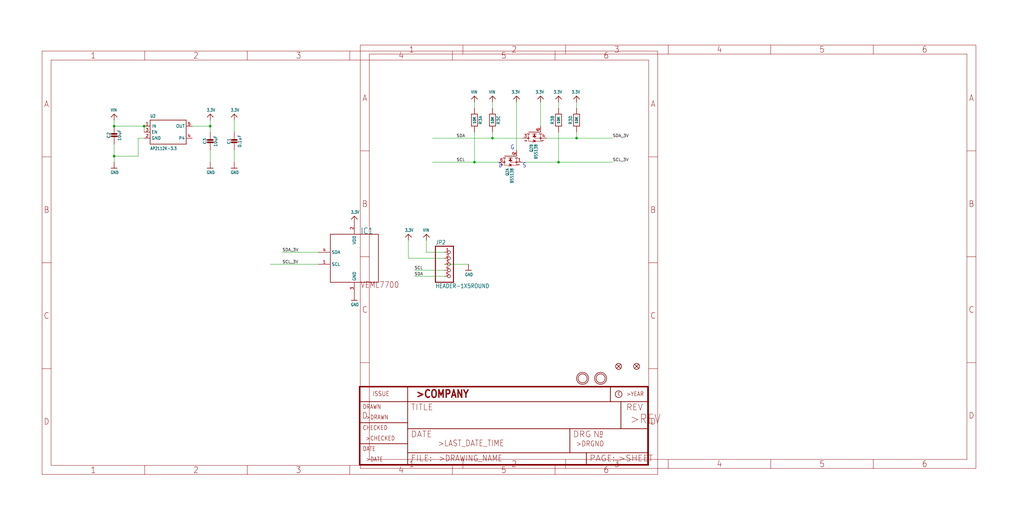
<source format=kicad_sch>
(kicad_sch (version 20211123) (generator eeschema)
  (paper "User" 433.07 220.421)
  (lib_symbols
    (symbol "schematicEagle-eagle-import:3.3V" (power)
      (property "Value" "3.3V" (at -1.524 1.016 0))
      (symbol "3.3V_1_0"
        (polyline (pts (xy -1.27 -1.27) (xy 0 0)) (stroke (width 0.254)))
        (polyline (pts (xy 0 0) (xy 1.27 -1.27)) (stroke (width 0.254)))
        (pin power_in line (at 0 -2.54 90) (length 2.54) (name "3.3V") (number "1"))
      )
    )
    (symbol "schematicEagle-eagle-import:CAP_CERAMIC0603_NO"
      (property "Reference" "C" (at -2.29 1.25 90))
      (property "Value" "CAP_CERAMIC0603_NO" (at 2.3 1.25 90))
      (symbol "CAP_CERAMIC0603_NO_1_0"
        (rectangle (start -1.27 0.508) (end 1.27 1.016) (fill (type outline)))
        (rectangle (start -1.27 1.524) (end 1.27 2.032) (fill (type outline)))
        (polyline (pts (xy 0 0.762) (xy 0 0)) (stroke (width 0.1524)))
        (polyline (pts (xy 0 2.54) (xy 0 1.778)) (stroke (width 0.1524)))
        (pin passive line (at 0 5.08 270) (length 2.54) (name "1") (number "1"))
        (pin passive line (at 0 -2.54 90) (length 2.54) (name "2") (number "2"))
      )
    )
    (symbol "schematicEagle-eagle-import:CAP_CERAMIC0805-NOOUTLINE"
      (property "Reference" "C" (at -2.29 1.25 90))
      (property "Value" "CAP_CERAMIC0805-NOOUTLINE" (at 2.3 1.25 90))
      (symbol "CAP_CERAMIC0805-NOOUTLINE_1_0"
        (rectangle (start -1.27 0.508) (end 1.27 1.016) (fill (type outline)))
        (rectangle (start -1.27 1.524) (end 1.27 2.032) (fill (type outline)))
        (polyline (pts (xy 0 0.762) (xy 0 0)) (stroke (width 0.1524)))
        (polyline (pts (xy 0 2.54) (xy 0 1.778)) (stroke (width 0.1524)))
        (pin passive line (at 0 5.08 270) (length 2.54) (name "1") (number "1"))
        (pin passive line (at 0 -2.54 90) (length 2.54) (name "2") (number "2"))
      )
    )
    (symbol "schematicEagle-eagle-import:FIDUCIAL_1MM"
      (symbol "FIDUCIAL_1MM_1_0"
        (polyline (pts (xy -0.762 0.762) (xy 0.762 -0.762)) (stroke (width 0.254)))
        (polyline (pts (xy 0.762 0.762) (xy -0.762 -0.762)) (stroke (width 0.254)))
        (circle (center 0 0) (radius 1.27) (stroke (width 0.254)))
      )
    )
    (symbol "schematicEagle-eagle-import:FRAME_A4"
      (symbol "FRAME_A4_0_0"
        (polyline (pts (xy 0 44.7675) (xy 3.81 44.7675)))
        (polyline (pts (xy 0 89.535) (xy 3.81 89.535)))
        (polyline (pts (xy 0 134.3025) (xy 3.81 134.3025)))
        (polyline (pts (xy 3.81 3.81) (xy 3.81 175.26)))
        (polyline (pts (xy 43.3917 0) (xy 43.3917 3.81)))
        (polyline (pts (xy 43.3917 175.26) (xy 43.3917 179.07)))
        (polyline (pts (xy 86.7833 0) (xy 86.7833 3.81)))
        (polyline (pts (xy 86.7833 175.26) (xy 86.7833 179.07)))
        (polyline (pts (xy 130.175 0) (xy 130.175 3.81)))
        (polyline (pts (xy 130.175 175.26) (xy 130.175 179.07)))
        (polyline (pts (xy 173.5667 0) (xy 173.5667 3.81)))
        (polyline (pts (xy 173.5667 175.26) (xy 173.5667 179.07)))
        (polyline (pts (xy 216.9583 0) (xy 216.9583 3.81)))
        (polyline (pts (xy 216.9583 175.26) (xy 216.9583 179.07)))
        (polyline (pts (xy 256.54 3.81) (xy 3.81 3.81)))
        (polyline (pts (xy 256.54 3.81) (xy 256.54 175.26)))
        (polyline (pts (xy 256.54 44.7675) (xy 260.35 44.7675)))
        (polyline (pts (xy 256.54 89.535) (xy 260.35 89.535)))
        (polyline (pts (xy 256.54 134.3025) (xy 260.35 134.3025)))
        (polyline (pts (xy 256.54 175.26) (xy 3.81 175.26)))
        (polyline (pts (xy 0 0) (xy 260.35 0) (xy 260.35 179.07) (xy 0 179.07) (xy 0 0)))
        (text "1" (at 21.6958 1.905 0) (effects (font (size 2.54 2.286))))
        (text "1" (at 21.6958 177.165 0) (effects (font (size 2.54 2.286))))
        (text "2" (at 65.0875 1.905 0) (effects (font (size 2.54 2.286))))
        (text "2" (at 65.0875 177.165 0) (effects (font (size 2.54 2.286))))
        (text "3" (at 108.4792 1.905 0) (effects (font (size 2.54 2.286))))
        (text "3" (at 108.4792 177.165 0) (effects (font (size 2.54 2.286))))
        (text "4" (at 151.8708 1.905 0) (effects (font (size 2.54 2.286))))
        (text "4" (at 151.8708 177.165 0) (effects (font (size 2.54 2.286))))
        (text "5" (at 195.2625 1.905 0) (effects (font (size 2.54 2.286))))
        (text "5" (at 195.2625 177.165 0) (effects (font (size 2.54 2.286))))
        (text "6" (at 238.6542 1.905 0) (effects (font (size 2.54 2.286))))
        (text "6" (at 238.6542 177.165 0) (effects (font (size 2.54 2.286))))
        (text "A" (at 1.905 156.6863 0) (effects (font (size 2.54 2.286))))
        (text "A" (at 258.445 156.6863 0) (effects (font (size 2.54 2.286))))
        (text "B" (at 1.905 111.9188 0) (effects (font (size 2.54 2.286))))
        (text "B" (at 258.445 111.9188 0) (effects (font (size 2.54 2.286))))
        (text "C" (at 1.905 67.1513 0) (effects (font (size 2.54 2.286))))
        (text "C" (at 258.445 67.1513 0) (effects (font (size 2.54 2.286))))
        (text "D" (at 1.905 22.3838 0) (effects (font (size 2.54 2.286))))
        (text "D" (at 258.445 22.3838 0) (effects (font (size 2.54 2.286))))
      )
      (symbol "FRAME_A4_1_0"
        (polyline (pts (xy 256.54 3.81) (xy 256.54 8.89)) (stroke (width 0.1016)))
        (polyline (pts (xy 256.54 8.89) (xy 256.54 13.97)) (stroke (width 0.1016)))
        (polyline (pts (xy 256.54 13.97) (xy 256.54 19.05)) (stroke (width 0.1016)))
        (polyline (pts (xy 256.54 19.05) (xy 256.54 36.83)) (stroke (width 0.1016)))
      )
      (symbol "FRAME_A4_2_0"
        (polyline (pts (xy -0.3048 1.5748) (xy 20.0152 1.5748)) (stroke (width 0.6096)))
        (polyline (pts (xy -0.3048 10.4648) (xy -0.3048 1.5748)) (stroke (width 0.6096)))
        (polyline (pts (xy -0.3048 10.4648) (xy 20.0152 10.4648)) (stroke (width 0.3048)))
        (polyline (pts (xy -0.3048 19.3548) (xy -0.3048 10.4648)) (stroke (width 0.6096)))
        (polyline (pts (xy -0.3048 19.3548) (xy 20.0152 19.3548)) (stroke (width 0.3048)))
        (polyline (pts (xy -0.3048 28.2448) (xy -0.3048 19.3548)) (stroke (width 0.6096)))
        (polyline (pts (xy -0.3048 28.2448) (xy 20.0152 28.2448)) (stroke (width 0.3048)))
        (polyline (pts (xy -0.3048 34.5948) (xy -0.3048 28.2448)) (stroke (width 0.6096)))
        (polyline (pts (xy 20.0152 1.5748) (xy 20.0152 6.6548)) (stroke (width 0.3048)))
        (polyline (pts (xy 20.0152 1.5748) (xy 95.5802 1.5748)) (stroke (width 0.6096)))
        (polyline (pts (xy 20.0152 6.6548) (xy 20.0152 10.4648)) (stroke (width 0.3048)))
        (polyline (pts (xy 20.0152 6.6548) (xy 88.5952 6.6548)) (stroke (width 0.3048)))
        (polyline (pts (xy 20.0152 10.4648) (xy 20.0152 16.8148)) (stroke (width 0.3048)))
        (polyline (pts (xy 20.0152 16.8148) (xy 20.0152 19.3548)) (stroke (width 0.3048)))
        (polyline (pts (xy 20.0152 19.3548) (xy 20.0152 28.2448)) (stroke (width 0.3048)))
        (polyline (pts (xy 20.0152 28.2448) (xy 20.0152 34.5948)) (stroke (width 0.3048)))
        (polyline (pts (xy 20.0152 28.2448) (xy 105.7402 28.2448)) (stroke (width 0.3048)))
        (polyline (pts (xy 20.0152 34.5948) (xy -0.3048 34.5948)) (stroke (width 0.6096)))
        (polyline (pts (xy 88.5952 6.6548) (xy 95.5802 6.6548)) (stroke (width 0.3048)))
        (polyline (pts (xy 88.5952 16.8148) (xy 20.0152 16.8148)) (stroke (width 0.3048)))
        (polyline (pts (xy 88.5952 16.8148) (xy 88.5952 6.6548)) (stroke (width 0.3048)))
        (polyline (pts (xy 95.5802 1.5748) (xy 121.6152 1.5748)) (stroke (width 0.6096)))
        (polyline (pts (xy 95.5802 6.6548) (xy 95.5802 1.5748)) (stroke (width 0.3048)))
        (polyline (pts (xy 95.5802 6.6548) (xy 121.6152 6.6548)) (stroke (width 0.3048)))
        (polyline (pts (xy 101.2952 13.3223) (xy 102.2477 13.3223)) (stroke (width 0.254)))
        (polyline (pts (xy 105.7402 28.2448) (xy 105.7402 34.5948)) (stroke (width 0.3048)))
        (polyline (pts (xy 105.7402 28.2448) (xy 110.1852 28.2448)) (stroke (width 0.3048)))
        (polyline (pts (xy 105.7402 34.5948) (xy 20.0152 34.5948)) (stroke (width 0.6096)))
        (polyline (pts (xy 110.1852 16.8148) (xy 88.5952 16.8148)) (stroke (width 0.3048)))
        (polyline (pts (xy 110.1852 28.2448) (xy 110.1852 16.8148)) (stroke (width 0.3048)))
        (polyline (pts (xy 110.1852 28.2448) (xy 121.6152 28.2448)) (stroke (width 0.3048)))
        (polyline (pts (xy 121.6152 6.6548) (xy 121.6152 1.5748)) (stroke (width 0.6096)))
        (polyline (pts (xy 121.6152 16.8148) (xy 110.1852 16.8148)) (stroke (width 0.3048)))
        (polyline (pts (xy 121.6152 16.8148) (xy 121.6152 6.6548)) (stroke (width 0.6096)))
        (polyline (pts (xy 121.6152 28.2448) (xy 121.6152 16.8148)) (stroke (width 0.6096)))
        (polyline (pts (xy 121.6152 34.5948) (xy 105.7402 34.5948)) (stroke (width 0.6096)))
        (polyline (pts (xy 121.6152 34.5948) (xy 121.6152 28.2448)) (stroke (width 0.6096)))
        (circle (center 109.2327 31.4198) (radius 1.4199) (stroke (width 0.254)))
        (text ">CHECKED" (at 2.2352 11.7348 0) (effects (font (size 1.778 1.5113)) (justify left bottom)))
        (text ">COMPANY" (at 23.349 29.6735 0) (effects (font (size 3.175 2.6987) (thickness 0.5397) bold) (justify left bottom)))
        (text ">DATE" (at 2.2352 2.8448 0) (effects (font (size 1.778 1.5113)) (justify left bottom)))
        (text ">DRAWING_NAME" (at 33.0327 2.8448 0) (effects (font (size 2.54 2.159)) (justify left bottom)))
        (text ">DRAWN" (at 2.2352 20.6248 0) (effects (font (size 1.778 1.5113)) (justify left bottom)))
        (text ">DRGNO" (at 91.1352 9.1948 0) (effects (font (size 2.1844 1.8567)) (justify left bottom)))
        (text ">LAST_DATE_TIME" (at 32.7152 9.1948 0) (effects (font (size 2.54 2.159)) (justify left bottom)))
        (text ">REV" (at 113.9952 18.7198 0) (effects (font (size 3.81 3.2385)) (justify left bottom)))
        (text ">SHEET" (at 108.9152 2.8448 0) (effects (font (size 2.54 2.54)) (justify left bottom)))
        (text ">YEAR" (at 112.4077 30.4673 0) (effects (font (size 1.778 1.5113)) (justify left bottom)))
        (text "C" (at 108.7564 30.7848 0) (effects (font (size 1.27 1.0795)) (justify left bottom)))
        (text "CHECKED" (at 0.9652 16.1798 0) (effects (font (size 1.778 1.5113)) (justify left bottom)))
        (text "DATE" (at 0.9652 7.2898 0) (effects (font (size 1.778 1.5113)) (justify left bottom)))
        (text "DATE" (at 21.2852 13.0048 0) (effects (font (size 2.54 2.54)) (justify left bottom)))
        (text "DRAWN" (at 0.9652 25.0698 0) (effects (font (size 1.778 1.5113)) (justify left bottom)))
        (text "DRG" (at 89.8652 13.0048 0) (effects (font (size 2.54 2.54)) (justify left bottom)))
        (text "FILE:" (at 21.2852 2.8448 0) (effects (font (size 2.54 2.54)) (justify left bottom)))
        (text "ISSUE" (at 5.0927 30.4673 0) (effects (font (size 1.9304 1.6408)) (justify left bottom)))
        (text "N" (at 98.4377 13.0048 0) (effects (font (size 2.54 2.54)) (justify left bottom)))
        (text "o" (at 100.9777 13.9573 0) (effects (font (size 2.1844 1.8567)) (justify left bottom)))
        (text "PAGE:" (at 96.8502 2.8448 0) (effects (font (size 2.54 2.54)) (justify left bottom)))
        (text "REV" (at 112.4077 24.4348 0) (effects (font (size 2.54 2.54)) (justify left bottom)))
        (text "TITLE" (at 21.2852 24.4348 0) (effects (font (size 2.54 2.54)) (justify left bottom)))
      )
    )
    (symbol "schematicEagle-eagle-import:GND" (power)
      (property "Value" "GND" (at -1.524 -2.54 0))
      (symbol "GND_1_0"
        (polyline (pts (xy -1.27 0) (xy 1.27 0)) (stroke (width 0.254)))
        (pin power_in line (at 0 2.54 270) (length 2.54) (name "GND") (number "1"))
      )
    )
    (symbol "schematicEagle-eagle-import:HEADER-1X5ROUND"
      (property "Reference" "JP" (at -6.35 8.255 0))
      (property "Value" "HEADER-1X5ROUND" (at -6.35 -10.16 0))
      (symbol "HEADER-1X5ROUND_1_0"
        (polyline (pts (xy -6.35 -7.62) (xy 1.27 -7.62)) (stroke (width 0.4064)))
        (polyline (pts (xy -6.35 7.62) (xy -6.35 -7.62)) (stroke (width 0.4064)))
        (polyline (pts (xy 1.27 -7.62) (xy 1.27 7.62)) (stroke (width 0.4064)))
        (polyline (pts (xy 1.27 7.62) (xy -6.35 7.62)) (stroke (width 0.4064)))
        (pin passive inverted (at -2.54 5.08 0) (length 2.54) (name "1") (number "1"))
        (pin passive inverted (at -2.54 2.54 0) (length 2.54) (name "2") (number "2"))
        (pin passive inverted (at -2.54 0 0) (length 2.54) (name "3") (number "3"))
        (pin passive inverted (at -2.54 -2.54 0) (length 2.54) (name "4") (number "4"))
        (pin passive inverted (at -2.54 -5.08 0) (length 2.54) (name "5") (number "5"))
      )
    )
    (symbol "schematicEagle-eagle-import:MOSFET-N_DUAL"
      (property "Reference" "Q" (at 5.08 0.635 0))
      (property "Value" "MOSFET-N_DUAL" (at 5.08 -1.27 0))
      (symbol "MOSFET-N_DUAL_1_0"
        (polyline (pts (xy 0 2.54) (xy 0 -2.54)) (stroke (width 0.254)))
        (polyline (pts (xy 0.762 -2.54) (xy 0.762 -3.175)) (stroke (width 0.254)))
        (polyline (pts (xy 0.762 -1.905) (xy 0.762 -2.54)) (stroke (width 0.254)))
        (polyline (pts (xy 0.762 0) (xy 0.762 -0.762)) (stroke (width 0.254)))
        (polyline (pts (xy 0.762 0) (xy 2.54 0)) (stroke (width 0.1524)))
        (polyline (pts (xy 0.762 0.762) (xy 0.762 0)) (stroke (width 0.254)))
        (polyline (pts (xy 0.762 2.54) (xy 0.762 1.905)) (stroke (width 0.254)))
        (polyline (pts (xy 0.762 2.54) (xy 3.81 2.54)) (stroke (width 0.1524)))
        (polyline (pts (xy 0.762 3.175) (xy 0.762 2.54)) (stroke (width 0.254)))
        (polyline (pts (xy 2.54 -2.54) (xy 0.762 -2.54)) (stroke (width 0.1524)))
        (polyline (pts (xy 2.54 -2.54) (xy 3.81 -2.54)) (stroke (width 0.1524)))
        (polyline (pts (xy 2.54 0) (xy 2.54 -2.54)) (stroke (width 0.1524)))
        (polyline (pts (xy 3.302 0.508) (xy 3.048 0.254)) (stroke (width 0.1524)))
        (polyline (pts (xy 3.81 0.508) (xy 3.302 0.508)) (stroke (width 0.1524)))
        (polyline (pts (xy 3.81 0.508) (xy 3.81 -2.54)) (stroke (width 0.1524)))
        (polyline (pts (xy 3.81 2.54) (xy 3.81 0.508)) (stroke (width 0.1524)))
        (polyline (pts (xy 4.318 0.508) (xy 3.81 0.508)) (stroke (width 0.1524)))
        (polyline (pts (xy 4.572 0.762) (xy 4.318 0.508)) (stroke (width 0.1524)))
        (polyline (pts (xy 1.016 0) (xy 2.032 0.762) (xy 2.032 -0.762)) (fill (type outline)))
        (polyline (pts (xy 3.81 0.508) (xy 3.302 -0.254) (xy 4.318 -0.254)) (fill (type outline)))
        (circle (center 2.54 -2.54) (radius 0.3592))
        (circle (center 2.54 2.54) (radius 0.3592))
        (text "D" (at 3.175 3.175 0) (effects (font (size 0.8128 0.6908)) (justify left bottom)))
        (text "G" (at -1.27 -1.905 0) (effects (font (size 0.8128 0.6908)) (justify left bottom)))
        (text "S" (at 3.175 -3.81 0) (effects (font (size 0.8128 0.6908)) (justify left bottom)))
        (pin bidirectional line (at 2.54 -5.08 90) (length 2.54) (name "S") (number "1"))
        (pin bidirectional line (at -2.54 -2.54 0) (length 2.54) (name "G") (number "2"))
        (pin bidirectional line (at 2.54 5.08 270) (length 2.54) (name "D") (number "6"))
      )
      (symbol "MOSFET-N_DUAL_2_0"
        (polyline (pts (xy 0 2.54) (xy 0 -2.54)) (stroke (width 0.254)))
        (polyline (pts (xy 0.762 -2.54) (xy 0.762 -3.175)) (stroke (width 0.254)))
        (polyline (pts (xy 0.762 -1.905) (xy 0.762 -2.54)) (stroke (width 0.254)))
        (polyline (pts (xy 0.762 0) (xy 0.762 -0.762)) (stroke (width 0.254)))
        (polyline (pts (xy 0.762 0) (xy 2.54 0)) (stroke (width 0.1524)))
        (polyline (pts (xy 0.762 0.762) (xy 0.762 0)) (stroke (width 0.254)))
        (polyline (pts (xy 0.762 2.54) (xy 0.762 1.905)) (stroke (width 0.254)))
        (polyline (pts (xy 0.762 2.54) (xy 3.81 2.54)) (stroke (width 0.1524)))
        (polyline (pts (xy 0.762 3.175) (xy 0.762 2.54)) (stroke (width 0.254)))
        (polyline (pts (xy 2.54 -2.54) (xy 0.762 -2.54)) (stroke (width 0.1524)))
        (polyline (pts (xy 2.54 -2.54) (xy 3.81 -2.54)) (stroke (width 0.1524)))
        (polyline (pts (xy 2.54 0) (xy 2.54 -2.54)) (stroke (width 0.1524)))
        (polyline (pts (xy 3.302 0.508) (xy 3.048 0.254)) (stroke (width 0.1524)))
        (polyline (pts (xy 3.81 0.508) (xy 3.302 0.508)) (stroke (width 0.1524)))
        (polyline (pts (xy 3.81 0.508) (xy 3.81 -2.54)) (stroke (width 0.1524)))
        (polyline (pts (xy 3.81 2.54) (xy 3.81 0.508)) (stroke (width 0.1524)))
        (polyline (pts (xy 4.318 0.508) (xy 3.81 0.508)) (stroke (width 0.1524)))
        (polyline (pts (xy 4.572 0.762) (xy 4.318 0.508)) (stroke (width 0.1524)))
        (polyline (pts (xy 1.016 0) (xy 2.032 0.762) (xy 2.032 -0.762)) (fill (type outline)))
        (polyline (pts (xy 3.81 0.508) (xy 3.302 -0.254) (xy 4.318 -0.254)) (fill (type outline)))
        (circle (center 2.54 -2.54) (radius 0.3592))
        (circle (center 2.54 2.54) (radius 0.3592))
        (text "D" (at 3.175 3.175 0) (effects (font (size 0.8128 0.6908)) (justify left bottom)))
        (text "G" (at -1.27 -1.905 0) (effects (font (size 0.8128 0.6908)) (justify left bottom)))
        (text "S" (at 3.175 -3.81 0) (effects (font (size 0.8128 0.6908)) (justify left bottom)))
        (pin bidirectional line (at 2.54 5.08 270) (length 2.54) (name "D") (number "3"))
        (pin bidirectional line (at 2.54 -5.08 90) (length 2.54) (name "S") (number "4"))
        (pin bidirectional line (at -2.54 -2.54 0) (length 2.54) (name "G") (number "5"))
      )
    )
    (symbol "schematicEagle-eagle-import:MOUNTINGHOLE2.5"
      (symbol "MOUNTINGHOLE2.5_1_0"
        (circle (center 0 0) (radius 1.905) (stroke (width 0.254)))
        (circle (center 0 0) (radius 2.54) (stroke (width 0.254)))
      )
    )
    (symbol "schematicEagle-eagle-import:RESISTOR_4PACK"
      (property "Reference" "R" (at 0 2.54 0))
      (property "Value" "RESISTOR_4PACK" (at 0 0 0))
      (symbol "RESISTOR_4PACK_1_0"
        (polyline (pts (xy -2.54 -1.27) (xy -2.54 1.27)) (stroke (width 0.254)))
        (polyline (pts (xy -2.54 1.27) (xy 2.54 1.27)) (stroke (width 0.254)))
        (polyline (pts (xy 2.54 -1.27) (xy -2.54 -1.27)) (stroke (width 0.254)))
        (polyline (pts (xy 2.54 1.27) (xy 2.54 -1.27)) (stroke (width 0.254)))
        (pin passive line (at -5.08 0 0) (length 2.54) (name "1") (number "1"))
        (pin passive line (at 5.08 0 180) (length 2.54) (name "2") (number "8"))
      )
      (symbol "RESISTOR_4PACK_2_0"
        (polyline (pts (xy -2.54 -1.27) (xy -2.54 1.27)) (stroke (width 0.254)))
        (polyline (pts (xy -2.54 1.27) (xy 2.54 1.27)) (stroke (width 0.254)))
        (polyline (pts (xy 2.54 -1.27) (xy -2.54 -1.27)) (stroke (width 0.254)))
        (polyline (pts (xy 2.54 1.27) (xy 2.54 -1.27)) (stroke (width 0.254)))
        (pin passive line (at -5.08 0 0) (length 2.54) (name "1") (number "2"))
        (pin passive line (at 5.08 0 180) (length 2.54) (name "2") (number "7"))
      )
      (symbol "RESISTOR_4PACK_3_0"
        (polyline (pts (xy -2.54 -1.27) (xy -2.54 1.27)) (stroke (width 0.254)))
        (polyline (pts (xy -2.54 1.27) (xy 2.54 1.27)) (stroke (width 0.254)))
        (polyline (pts (xy 2.54 -1.27) (xy -2.54 -1.27)) (stroke (width 0.254)))
        (polyline (pts (xy 2.54 1.27) (xy 2.54 -1.27)) (stroke (width 0.254)))
        (pin passive line (at -5.08 0 0) (length 2.54) (name "1") (number "3"))
        (pin passive line (at 5.08 0 180) (length 2.54) (name "2") (number "6"))
      )
      (symbol "RESISTOR_4PACK_4_0"
        (polyline (pts (xy -2.54 -1.27) (xy -2.54 1.27)) (stroke (width 0.254)))
        (polyline (pts (xy -2.54 1.27) (xy 2.54 1.27)) (stroke (width 0.254)))
        (polyline (pts (xy 2.54 -1.27) (xy -2.54 -1.27)) (stroke (width 0.254)))
        (polyline (pts (xy 2.54 1.27) (xy 2.54 -1.27)) (stroke (width 0.254)))
        (pin passive line (at -5.08 0 0) (length 2.54) (name "1") (number "4"))
        (pin passive line (at 5.08 0 180) (length 2.54) (name "2") (number "5"))
      )
    )
    (symbol "schematicEagle-eagle-import:VEML7700"
      (property "Reference" "IC" (at 2.54 10.16 0))
      (symbol "VEML7700_1_0"
        (polyline (pts (xy -10.16 -10.16) (xy -10.16 10.16)) (stroke (width 0.254)))
        (polyline (pts (xy -10.16 10.16) (xy 10.16 10.16)) (stroke (width 0.254)))
        (polyline (pts (xy 10.16 -10.16) (xy -10.16 -10.16)) (stroke (width 0.254)))
        (polyline (pts (xy 10.16 10.16) (xy 10.16 -10.16)) (stroke (width 0.254)))
        (text "VEML7700" (at 2.54 -12.7 0) (effects (font (size 2.54 2.159)) (justify left bottom)))
        (pin bidirectional line (at -15.24 -2.54 0) (length 5.08) (name "SCL") (number "1"))
        (pin power_in line (at 0 15.24 270) (length 5.08) (name "VDD") (number "2"))
        (pin power_in line (at 0 -15.24 90) (length 5.08) (name "GND") (number "3"))
        (pin bidirectional line (at -15.24 2.54 0) (length 5.08) (name "SDA") (number "4"))
      )
    )
    (symbol "schematicEagle-eagle-import:VIN" (power)
      (property "Value" "VIN" (at -1.524 1.016 0))
      (symbol "VIN_1_0"
        (polyline (pts (xy -1.27 -1.27) (xy 0 0)) (stroke (width 0.254)))
        (polyline (pts (xy 0 0) (xy 1.27 -1.27)) (stroke (width 0.254)))
        (pin power_in line (at 0 -2.54 90) (length 2.54) (name "VIN") (number "1"))
      )
    )
    (symbol "schematicEagle-eagle-import:VREG_SOT23-5"
      (property "Reference" "U" (at -7.62 6.096 0))
      (property "Value" "VREG_SOT23-5" (at -7.62 -7.62 0))
      (symbol "VREG_SOT23-5_1_0"
        (polyline (pts (xy -7.62 -5.08) (xy -7.62 5.08)) (stroke (width 0.254)))
        (polyline (pts (xy -7.62 5.08) (xy 7.62 5.08)) (stroke (width 0.254)))
        (polyline (pts (xy 7.62 -5.08) (xy -7.62 -5.08)) (stroke (width 0.254)))
        (polyline (pts (xy 7.62 5.08) (xy 7.62 -5.08)) (stroke (width 0.254)))
        (pin power_in line (at -10.16 2.54 0) (length 2.54) (name "IN") (number "1"))
        (pin power_in line (at -10.16 -2.54 0) (length 2.54) (name "GND") (number "2"))
        (pin input line (at -10.16 0 0) (length 2.54) (name "EN") (number "3"))
        (pin bidirectional line (at 10.16 -2.54 180) (length 2.54) (name "P4") (number "4"))
        (pin power_in line (at 10.16 2.54 180) (length 2.54) (name "OUT") (number "5"))
      )
    )
  )
  (junction (at 208.28 58.42))
  (junction (at 88.9 53.34))
  (junction (at 236.22 68.58))
  (junction (at 48.26 66.04))
  (junction (at 200.66 68.58))
  (junction (at 48.26 53.34))
  (junction (at 243.84 58.42))
  (junction (at 60.96 53.34))
  (wire (pts (xy 88.9 53.34) (xy 88.9 55.88)))
  (wire (pts (xy 187.96 111.76) (xy 198.12 111.76)))
  (wire (pts (xy 236.22 45.72) (xy 236.22 43.18)))
  (wire (pts (xy 172.72 109.22) (xy 172.72 101.6)))
  (wire (pts (xy 180.34 106.68) (xy 180.34 101.6)))
  (wire (pts (xy 243.84 58.42) (xy 259.08 58.42)))
  (wire (pts (xy 236.22 68.58) (xy 259.08 68.58)))
  (wire (pts (xy 231.14 58.42) (xy 243.84 58.42)))
  (wire (pts (xy 58.42 66.04) (xy 48.26 66.04)))
  (wire (pts (xy 88.9 63.5) (xy 88.9 68.58)))
  (wire (pts (xy 200.66 43.18) (xy 200.66 45.72)))
  (wire (pts (xy 200.66 55.88) (xy 200.66 68.58)))
  (wire (pts (xy 210.82 68.58) (xy 200.66 68.58)))
  (wire (pts (xy 228.6 53.34) (xy 228.6 43.18)))
  (wire (pts (xy 99.06 63.5) (xy 99.06 68.58)))
  (wire (pts (xy 134.62 106.68) (xy 119.38 106.68)))
  (wire (pts (xy 243.84 55.88) (xy 243.84 58.42)))
  (wire (pts (xy 243.84 45.72) (xy 243.84 43.18)))
  (wire (pts (xy 187.96 116.84) (xy 175.26 116.84)))
  (wire (pts (xy 48.26 50.8) (xy 48.26 53.34)))
  (wire (pts (xy 81.28 53.34) (xy 88.9 53.34)))
  (wire (pts (xy 187.96 106.68) (xy 180.34 106.68)))
  (wire (pts (xy 114.3 111.76) (xy 134.62 111.76)))
  (wire (pts (xy 200.66 68.58) (xy 182.88 68.58)))
  (wire (pts (xy 208.28 58.42) (xy 182.88 58.42)))
  (wire (pts (xy 99.06 50.8) (xy 99.06 55.88)))
  (wire (pts (xy 208.28 55.88) (xy 208.28 58.42)))
  (wire (pts (xy 60.96 58.42) (xy 58.42 58.42)))
  (wire (pts (xy 60.96 55.88) (xy 60.96 53.34)))
  (wire (pts (xy 236.22 55.88) (xy 236.22 68.58)))
  (wire (pts (xy 220.98 58.42) (xy 208.28 58.42)))
  (wire (pts (xy 60.96 53.34) (xy 48.26 53.34)))
  (wire (pts (xy 48.26 66.04) (xy 48.26 68.58)))
  (wire (pts (xy 187.96 109.22) (xy 172.72 109.22)))
  (wire (pts (xy 187.96 114.3) (xy 175.26 114.3)))
  (wire (pts (xy 48.26 66.04) (xy 48.26 60.96)))
  (wire (pts (xy 208.28 45.72) (xy 208.28 43.18)))
  (wire (pts (xy 220.98 68.58) (xy 236.22 68.58)))
  (wire (pts (xy 88.9 53.34) (xy 88.9 50.8)))
  (wire (pts (xy 218.44 63.5) (xy 218.44 43.18)))
  (wire (pts (xy 58.42 58.42) (xy 58.42 66.04)))
  (text "S" (at 220.98 71.12 180) (effects (font (size 1.778 1.5113)) (justify left bottom)))
  (text "D" (at 210.82 71.12 180) (effects (font (size 1.778 1.5113)) (justify left bottom)))
  (text "G" (at 215.9 63.5 180) (effects (font (size 1.778 1.5113)) (justify left bottom)))
  (label "SDA" (at 193.04 58.42 0) (effects (font (size 1.2446 1.2446))))
  (label "SDA_3V" (at 119.38 106.68 0) (effects (font (size 1.2446 1.2446))))
  (label "SDA" (at 175.26 116.84 0) (effects (font (size 1.2446 1.2446))))
  (label "SDA_3V" (at 259.08 58.42 0) (effects (font (size 1.2446 1.2446))))
  (label "SCL" (at 175.26 114.3 0) (effects (font (size 1.2446 1.2446))))
  (label "SCL" (at 193.04 68.58 0) (effects (font (size 1.2446 1.2446))))
  (label "SCL_3V" (at 259.08 68.58 0) (effects (font (size 1.2446 1.2446))))
  (label "SCL_3V" (at 119.38 111.76 0) (effects (font (size 1.2446 1.2446))))
  (symbol (lib_id "schematicEagle-eagle-import:CAP_CERAMIC0805-NOOUTLINE") (at 48.26 58.42 0) (unit 1)
    (property "Reference" "C2" (at 45.97 57.17 90))
    (property "Value" "10uF" (at 50.56 57.17 90))
    (property "Footprint" "schematicEagle:0805-NO" (effects hide))
  )
  (symbol (lib_id "schematicEagle-eagle-import:GND") (at 99.06 71.12 0) (unit 1)
    (property "Reference" "#U$6" (effects hide))
    (property "Value" "GND" (at 97.536 73.66 0) (effects (font (size 1.27 1.0795)) (justify left bottom)))
    (property "Footprint" "schematicEagle:" (effects hide))
  )
  (symbol (lib_id "schematicEagle-eagle-import:VIN") (at 48.26 48.26 0) (unit 1)
    (property "Reference" "#U$20" (effects hide))
    (property "Value" "VIN" (at 46.736 47.244 0) (effects (font (size 1.27 1.0795)) (justify left bottom)))
    (property "Footprint" "schematicEagle:" (effects hide))
  )
  (symbol (lib_id "schematicEagle-eagle-import:RESISTOR_4PACK") (at 236.22 50.8 90) (mirror x) (unit 2)
    (property "Reference" "R3" (at 233.68 50.8 0))
    (property "Value" "10K" (at 236.22 50.8 0) (effects (font (size 1.016 1.016) bold)))
    (property "Footprint" "schematicEagle:RESPACK_4X0603" (effects hide))
  )
  (symbol (lib_id "schematicEagle-eagle-import:MOSFET-N_DUAL") (at 226.06 55.88 90) (mirror x) (unit 2)
    (property "Reference" "Q2" (at 225.425 60.96 0) (effects (font (size 1.27 1.0795)) (justify left bottom)))
    (property "Value" "BSS138" (at 227.33 60.96 0) (effects (font (size 1.27 1.0795)) (justify left bottom)))
    (property "Footprint" "schematicEagle:SOT363" (effects hide))
  )
  (symbol (lib_id "schematicEagle-eagle-import:FIDUCIAL_1MM") (at 269.24 154.94 0) (unit 1)
    (property "Reference" "FID1" (effects hide))
    (property "Value" "FIDUCIAL_1MM" (effects hide))
    (property "Footprint" "schematicEagle:FIDUCIAL_1MM" (effects hide))
  )
  (symbol (lib_id "schematicEagle-eagle-import:3.3V") (at 228.6 40.64 0) (mirror y) (unit 1)
    (property "Reference" "#U$23" (effects hide))
    (property "Value" "3.3V" (at 230.124 39.624 0) (effects (font (size 1.27 1.0795)) (justify left bottom)))
    (property "Footprint" "schematicEagle:" (effects hide))
  )
  (symbol (lib_id "schematicEagle-eagle-import:3.3V") (at 243.84 40.64 0) (mirror y) (unit 1)
    (property "Reference" "#U$7" (effects hide))
    (property "Value" "3.3V" (at 245.364 39.624 0) (effects (font (size 1.27 1.0795)) (justify left bottom)))
    (property "Footprint" "schematicEagle:" (effects hide))
  )
  (symbol (lib_id "schematicEagle-eagle-import:MOUNTINGHOLE2.5") (at 254 160.02 0) (unit 1)
    (property "Reference" "U$3" (effects hide))
    (property "Value" "MOUNTINGHOLE2.5" (effects hide))
    (property "Footprint" "schematicEagle:MOUNTINGHOLE_2.5_PLATED" (effects hide))
  )
  (symbol (lib_id "schematicEagle-eagle-import:VREG_SOT23-5") (at 71.12 55.88 0) (unit 1)
    (property "Reference" "U2" (at 63.5 49.784 0) (effects (font (size 1.27 1.0795)) (justify left bottom)))
    (property "Value" "AP2112K-3.3" (at 63.5 63.5 0) (effects (font (size 1.27 1.0795)) (justify left bottom)))
    (property "Footprint" "schematicEagle:SOT23-5" (effects hide))
  )
  (symbol (lib_id "schematicEagle-eagle-import:HEADER-1X5ROUND") (at 190.5 111.76 0) (unit 1)
    (property "Reference" "JP2" (at 184.15 103.505 0) (effects (font (size 1.778 1.5113)) (justify left bottom)))
    (property "Value" "HEADER-1X5ROUND" (at 184.15 121.92 0) (effects (font (size 1.778 1.5113)) (justify left bottom)))
    (property "Footprint" "schematicEagle:1X05_ROUND" (effects hide))
  )
  (symbol (lib_id "schematicEagle-eagle-import:GND") (at 198.12 114.3 0) (unit 1)
    (property "Reference" "#U$10" (effects hide))
    (property "Value" "GND" (at 196.596 116.84 0) (effects (font (size 1.27 1.0795)) (justify left bottom)))
    (property "Footprint" "schematicEagle:" (effects hide))
  )
  (symbol (lib_id "schematicEagle-eagle-import:GND") (at 149.86 127 0) (unit 1)
    (property "Reference" "#U$11" (effects hide))
    (property "Value" "GND" (at 148.336 129.54 0) (effects (font (size 1.27 1.0795)) (justify left bottom)))
    (property "Footprint" "schematicEagle:" (effects hide))
  )
  (symbol (lib_id "schematicEagle-eagle-import:MOSFET-N_DUAL") (at 215.9 66.04 90) (mirror x) (unit 1)
    (property "Reference" "Q2" (at 215.265 71.12 0) (effects (font (size 1.27 1.0795)) (justify left bottom)))
    (property "Value" "BSS138" (at 217.17 71.12 0) (effects (font (size 1.27 1.0795)) (justify left bottom)))
    (property "Footprint" "schematicEagle:SOT363" (effects hide))
  )
  (symbol (lib_id "schematicEagle-eagle-import:GND") (at 88.9 71.12 0) (unit 1)
    (property "Reference" "#U$5" (effects hide))
    (property "Value" "GND" (at 87.376 73.66 0) (effects (font (size 1.27 1.0795)) (justify left bottom)))
    (property "Footprint" "schematicEagle:" (effects hide))
  )
  (symbol (lib_id "schematicEagle-eagle-import:GND") (at 48.26 71.12 0) (unit 1)
    (property "Reference" "#U$13" (effects hide))
    (property "Value" "GND" (at 46.736 73.66 0) (effects (font (size 1.27 1.0795)) (justify left bottom)))
    (property "Footprint" "schematicEagle:" (effects hide))
  )
  (symbol (lib_id "schematicEagle-eagle-import:CAP_CERAMIC0603_NO") (at 99.06 60.96 0) (unit 1)
    (property "Reference" "C1" (at 96.77 59.71 90))
    (property "Value" "0.1uF" (at 101.36 59.71 90))
    (property "Footprint" "schematicEagle:0603-NO" (effects hide))
  )
  (symbol (lib_id "schematicEagle-eagle-import:RESISTOR_4PACK") (at 208.28 50.8 270) (unit 3)
    (property "Reference" "R3" (at 210.82 50.8 0))
    (property "Value" "10K" (at 208.28 50.8 0) (effects (font (size 1.016 1.016) bold)))
    (property "Footprint" "schematicEagle:RESPACK_4X0603" (effects hide))
  )
  (symbol (lib_id "schematicEagle-eagle-import:3.3V") (at 149.86 91.44 0) (unit 1)
    (property "Reference" "#U$2" (effects hide))
    (property "Value" "3.3V" (at 148.336 90.424 0) (effects (font (size 1.27 1.0795)) (justify left bottom)))
    (property "Footprint" "schematicEagle:" (effects hide))
  )
  (symbol (lib_id "schematicEagle-eagle-import:FRAME_A4") (at 17.78 200.66 0) (unit 1)
    (property "Reference" "#FRAME1" (effects hide))
    (property "Value" "FRAME_A4" (effects hide))
    (property "Footprint" "schematicEagle:" (effects hide))
  )
  (symbol (lib_id "schematicEagle-eagle-import:3.3V") (at 172.72 99.06 0) (unit 1)
    (property "Reference" "#U$16" (effects hide))
    (property "Value" "3.3V" (at 171.196 98.044 0) (effects (font (size 1.27 1.0795)) (justify left bottom)))
    (property "Footprint" "schematicEagle:" (effects hide))
  )
  (symbol (lib_id "schematicEagle-eagle-import:CAP_CERAMIC0805-NOOUTLINE") (at 88.9 60.96 0) (unit 1)
    (property "Reference" "C3" (at 86.61 59.71 90))
    (property "Value" "10uF" (at 91.2 59.71 90))
    (property "Footprint" "schematicEagle:0805-NO" (effects hide))
  )
  (symbol (lib_id "schematicEagle-eagle-import:VEML7700") (at 149.86 109.22 0) (unit 1)
    (property "Reference" "IC1" (at 152.4 99.06 0) (effects (font (size 2.54 2.159)) (justify left bottom)))
    (property "Value" "VEML7700" (effects hide))
    (property "Footprint" "schematicEagle:VEML7700" (effects hide))
  )
  (symbol (lib_id "schematicEagle-eagle-import:VIN") (at 208.28 40.64 0) (unit 1)
    (property "Reference" "#U$28" (effects hide))
    (property "Value" "VIN" (at 206.756 39.624 0) (effects (font (size 1.27 1.0795)) (justify left bottom)))
    (property "Footprint" "schematicEagle:" (effects hide))
  )
  (symbol (lib_id "schematicEagle-eagle-import:3.3V") (at 99.06 48.26 0) (unit 1)
    (property "Reference" "#U$14" (effects hide))
    (property "Value" "3.3V" (at 97.536 47.244 0) (effects (font (size 1.27 1.0795)) (justify left bottom)))
    (property "Footprint" "schematicEagle:" (effects hide))
  )
  (symbol (lib_id "schematicEagle-eagle-import:RESISTOR_4PACK") (at 243.84 50.8 90) (mirror x) (unit 4)
    (property "Reference" "R3" (at 241.3 50.8 0))
    (property "Value" "10K" (at 243.84 50.8 0) (effects (font (size 1.016 1.016) bold)))
    (property "Footprint" "schematicEagle:RESPACK_4X0603" (effects hide))
  )
  (symbol (lib_id "schematicEagle-eagle-import:FIDUCIAL_1MM") (at 261.62 154.94 0) (unit 1)
    (property "Reference" "FID2" (effects hide))
    (property "Value" "FIDUCIAL_1MM" (effects hide))
    (property "Footprint" "schematicEagle:FIDUCIAL_1MM" (effects hide))
  )
  (symbol (lib_id "schematicEagle-eagle-import:MOUNTINGHOLE2.5") (at 246.38 160.02 0) (unit 1)
    (property "Reference" "U$4" (effects hide))
    (property "Value" "MOUNTINGHOLE2.5" (effects hide))
    (property "Footprint" "schematicEagle:MOUNTINGHOLE_2.5_PLATED" (effects hide))
  )
  (symbol (lib_id "schematicEagle-eagle-import:3.3V") (at 236.22 40.64 0) (mirror y) (unit 1)
    (property "Reference" "#U$24" (effects hide))
    (property "Value" "3.3V" (at 237.744 39.624 0) (effects (font (size 1.27 1.0795)) (justify left bottom)))
    (property "Footprint" "schematicEagle:" (effects hide))
  )
  (symbol (lib_id "schematicEagle-eagle-import:VIN") (at 200.66 40.64 0) (unit 1)
    (property "Reference" "#U$29" (effects hide))
    (property "Value" "VIN" (at 199.136 39.624 0) (effects (font (size 1.27 1.0795)) (justify left bottom)))
    (property "Footprint" "schematicEagle:" (effects hide))
  )
  (symbol (lib_id "schematicEagle-eagle-import:RESISTOR_4PACK") (at 200.66 50.8 270) (unit 1)
    (property "Reference" "R3" (at 203.2 50.8 0))
    (property "Value" "10K" (at 200.66 50.8 0) (effects (font (size 1.016 1.016) bold)))
    (property "Footprint" "schematicEagle:RESPACK_4X0603" (effects hide))
  )
  (symbol (lib_id "schematicEagle-eagle-import:3.3V") (at 218.44 40.64 0) (mirror y) (unit 1)
    (property "Reference" "#U$26" (effects hide))
    (property "Value" "3.3V" (at 219.964 39.624 0) (effects (font (size 1.27 1.0795)) (justify left bottom)))
    (property "Footprint" "schematicEagle:" (effects hide))
  )
  (symbol (lib_id "schematicEagle-eagle-import:3.3V") (at 88.9 48.26 0) (unit 1)
    (property "Reference" "#U$15" (effects hide))
    (property "Value" "3.3V" (at 87.376 47.244 0) (effects (font (size 1.27 1.0795)) (justify left bottom)))
    (property "Footprint" "schematicEagle:" (effects hide))
  )
  (symbol (lib_id "schematicEagle-eagle-import:FRAME_A4") (at 152.4 198.12 0) (unit 2)
    (property "Reference" "#FRAME1" (effects hide))
    (property "Value" "FRAME_A4" (effects hide))
    (property "Footprint" "schematicEagle:" (effects hide))
  )
  (symbol (lib_id "schematicEagle-eagle-import:VIN") (at 180.34 99.06 0) (unit 1)
    (property "Reference" "#U$9" (effects hide))
    (property "Value" "VIN" (at 178.816 98.044 0) (effects (font (size 1.27 1.0795)) (justify left bottom)))
    (property "Footprint" "schematicEagle:" (effects hide))
  )
)
</source>
